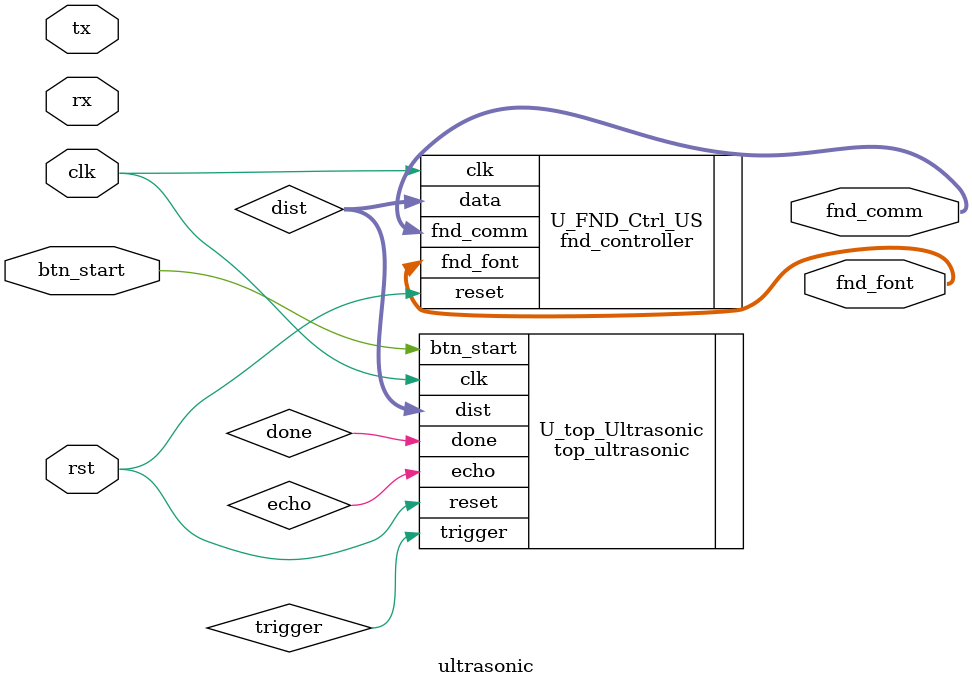
<source format=v>
`timescale 1ns / 1ps


module ultrasonic(
    input               clk,
    input               rst,
    input               btn_start,
    input               rx,
    input               tx,
    output  [7:0]       fnd_font,
    output  [3:0]       fnd_comm
    );

    wire    [15:0]      dist;
    wire                echo, trigger, done;

    // uart_fifo U_UART_FIFO(
    //     .clk            (clk),
    //     .rst            (rst),
    //     .rx             (rx),
    //     .tx             (tx)
    // );

    top_ultrasonic U_top_Ultrasonic(
        .clk            (clk),    
        .reset          (rst),
        .btn_start      (btn_start),  
        .echo           (echo),   
        .trigger        (trigger),    
        .dist           (dist),
        .done           (done)
    );

    fnd_controller U_FND_Ctrl_US(
        .clk            (clk),
        .reset          (rst),
        .data           (dist),
        .fnd_font       (fnd_font),
        .fnd_comm       (fnd_comm)
    );

endmodule

</source>
